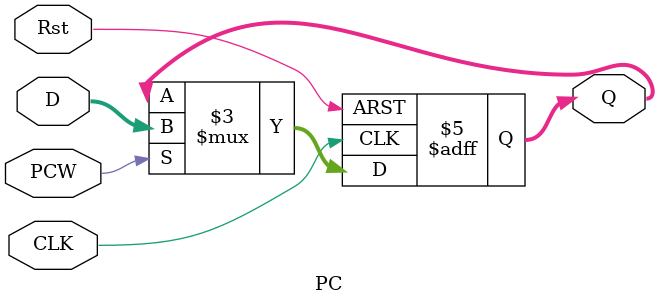
<source format=v>
module PC #(parameter WIDTH=32)(
    input CLK,Rst,PCW,
    input [WIDTH-1:0] D,
    output reg[WIDTH-1:0] Q
    );
    initial begin 
        Q=0;
    end
    always @(posedge CLK,posedge Rst)
    if(Rst) begin
        Q<=0;
    end
    else 
    if(PCW) Q<=D;
endmodule
</source>
